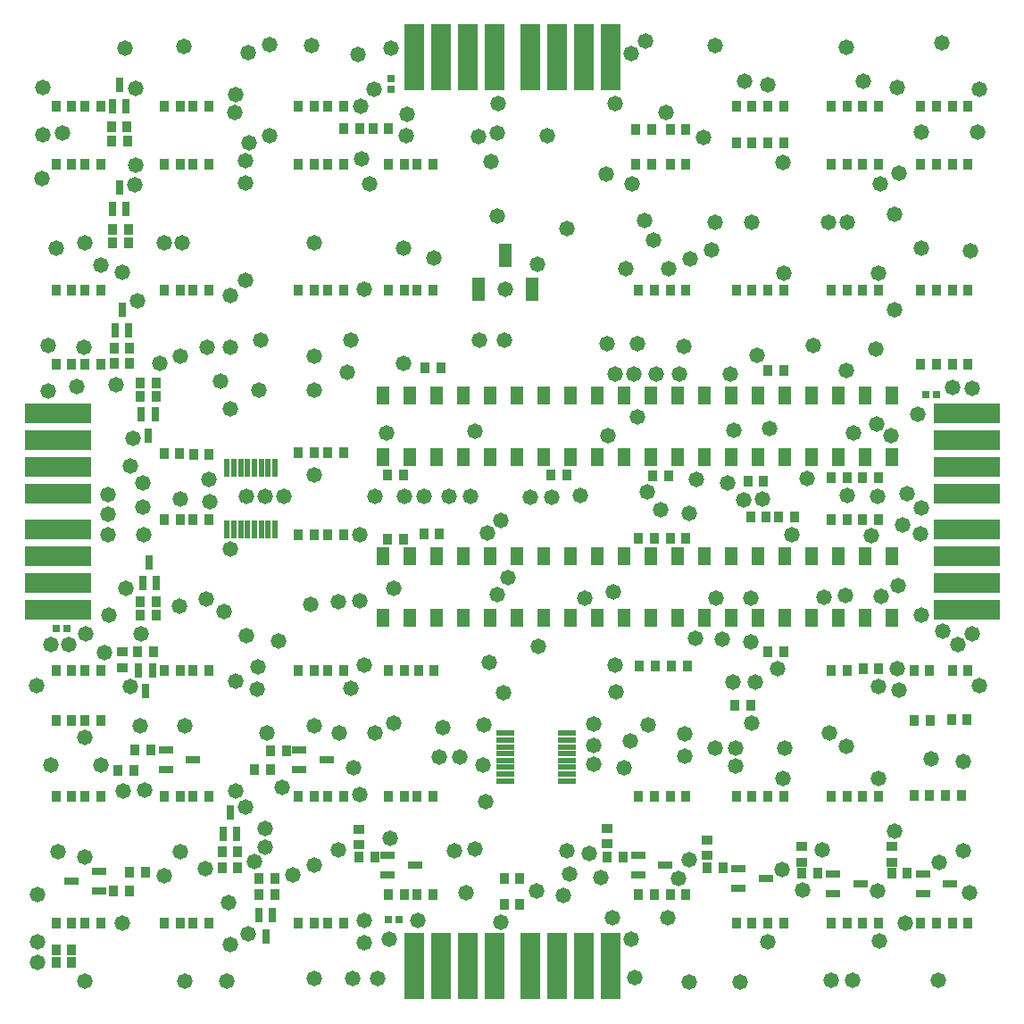
<source format=gbs>
G04 Layer_Color=16711935*
%FSLAX24Y24*%
%MOIN*%
G70*
G01*
G75*
%ADD36C,0.0580*%
%ADD37R,0.0356X0.0434*%
%ADD38R,0.0297X0.0533*%
%ADD39R,0.0533X0.0316*%
%ADD40R,0.0434X0.0356*%
%ADD41R,0.0780X0.2480*%
%ADD42R,0.2480X0.0780*%
%ADD43R,0.0474X0.0867*%
%ADD44R,0.0316X0.0277*%
%ADD45R,0.0220X0.0660*%
%ADD46R,0.0660X0.0220*%
%ADD47R,0.0277X0.0316*%
%ADD48R,0.0490X0.0710*%
D36*
X33580Y18470D02*
D03*
X26970Y18770D02*
D03*
X23350Y19060D02*
D03*
X33050Y19000D02*
D03*
X19300Y13300D02*
D03*
X21020Y15080D02*
D03*
X17890Y2990D02*
D03*
X1360Y5610D02*
D03*
X31010Y820D02*
D03*
X30217D02*
D03*
X34210D02*
D03*
X32030Y2280D02*
D03*
X24920Y740D02*
D03*
X26810D02*
D03*
X2960Y27510D02*
D03*
X8350Y30590D02*
D03*
X24060Y33210D02*
D03*
X14390Y33160D02*
D03*
X14370Y32350D02*
D03*
X6040Y35700D02*
D03*
X10820Y35710D02*
D03*
X25880D02*
D03*
X23300Y35880D02*
D03*
X31420Y34400D02*
D03*
X27000D02*
D03*
X22760Y35410D02*
D03*
X22160Y33540D02*
D03*
X12540Y35400D02*
D03*
X8450Y35450D02*
D03*
X3839Y35610D02*
D03*
X20860Y18920D02*
D03*
X18050Y26620D02*
D03*
X20360Y28890D02*
D03*
X4240Y31260D02*
D03*
X4210Y30520D02*
D03*
X32880Y17810D02*
D03*
X21370Y9580D02*
D03*
X22500Y8750D02*
D03*
X21350Y10380D02*
D03*
Y8880D02*
D03*
X28400Y4940D02*
D03*
X34240Y5210D02*
D03*
X25930Y15090D02*
D03*
X29940Y15110D02*
D03*
X31710Y17410D02*
D03*
X28440Y27220D02*
D03*
X28420Y31370D02*
D03*
X32040Y30540D02*
D03*
X5170Y23870D02*
D03*
X8700Y5250D02*
D03*
X9100Y5800D02*
D03*
X9090Y6480D02*
D03*
X3230Y18210D02*
D03*
Y17450D02*
D03*
X3220Y18940D02*
D03*
X11830Y14960D02*
D03*
X8790Y11680D02*
D03*
X8810Y12510D02*
D03*
X17740Y15230D02*
D03*
X26650Y8810D02*
D03*
X19800Y18870D02*
D03*
X18990D02*
D03*
X27210Y13450D02*
D03*
X31990Y11780D02*
D03*
X28430Y8350D02*
D03*
X31980D02*
D03*
X13740Y6120D02*
D03*
X30820Y18930D02*
D03*
X3102Y13040D02*
D03*
X2400Y13760D02*
D03*
X2340Y9890D02*
D03*
X4590Y7910D02*
D03*
X3790Y7880D02*
D03*
X9720Y8020D02*
D03*
X24920Y5330D02*
D03*
X4460Y13760D02*
D03*
X21900Y21150D02*
D03*
X29330Y19570D02*
D03*
X17260Y10370D02*
D03*
X10130Y4770D02*
D03*
X4150Y21070D02*
D03*
X550Y11810D02*
D03*
X1080Y13350D02*
D03*
X17790Y33570D02*
D03*
X33550Y17500D02*
D03*
X22900Y910D02*
D03*
X20460Y4800D02*
D03*
X20220Y4000D02*
D03*
X19230Y4170D02*
D03*
X13720Y2350D02*
D03*
X15380Y27780D02*
D03*
X28210Y12470D02*
D03*
X27390Y11970D02*
D03*
X15945Y18900D02*
D03*
X16750D02*
D03*
X23000Y24600D02*
D03*
X32600Y25850D02*
D03*
X25145Y13600D02*
D03*
X27220Y15100D02*
D03*
X35500Y13750D02*
D03*
X35700Y32500D02*
D03*
X7650Y800D02*
D03*
X8465Y2559D02*
D03*
X7776Y2165D02*
D03*
X6102Y787D02*
D03*
X33600Y32500D02*
D03*
X17750Y29350D02*
D03*
X13000Y30550D02*
D03*
X17520Y31398D02*
D03*
X25750Y28100D02*
D03*
X24150Y27400D02*
D03*
X23250Y29200D02*
D03*
X23850Y18400D02*
D03*
X30800Y35650D02*
D03*
X26350Y19400D02*
D03*
X24950Y27750D02*
D03*
X14250Y28150D02*
D03*
X29150Y4200D02*
D03*
X35400Y4100D02*
D03*
X35150Y5640D02*
D03*
X29900Y5700D02*
D03*
X31970Y4140D02*
D03*
X21200Y5550D02*
D03*
X6850Y5000D02*
D03*
X10925Y5118D02*
D03*
X27450Y24150D02*
D03*
X24750Y9200D02*
D03*
X32750Y11650D02*
D03*
X32100Y15150D02*
D03*
X32700Y12450D02*
D03*
X34400Y13850D02*
D03*
X33950Y9100D02*
D03*
X24750Y10016D02*
D03*
X22720Y9750D02*
D03*
X25900Y9500D02*
D03*
X26643D02*
D03*
X23390Y10360D02*
D03*
X28500Y9500D02*
D03*
X30800Y9550D02*
D03*
X26145Y13555D02*
D03*
X800Y34150D02*
D03*
Y32400D02*
D03*
X8000Y33900D02*
D03*
X8500Y32100D02*
D03*
X17750Y32450D02*
D03*
X9250Y32350D02*
D03*
Y35750D02*
D03*
X14270Y23860D02*
D03*
X19610Y32370D02*
D03*
X18000Y11540D02*
D03*
X18150Y15870D02*
D03*
X17380Y17510D02*
D03*
X15730Y10250D02*
D03*
X9800Y18900D02*
D03*
X13200D02*
D03*
X9100D02*
D03*
X14272D02*
D03*
X17900Y18000D02*
D03*
X8400Y18900D02*
D03*
X12638Y17462D02*
D03*
X10925Y19700D02*
D03*
X8400Y13700D02*
D03*
X5890Y14780D02*
D03*
X6890Y15059D02*
D03*
X7560Y14590D02*
D03*
X8000Y12000D02*
D03*
X9600Y13500D02*
D03*
X7410Y23180D02*
D03*
X13620Y21260D02*
D03*
X27264Y10433D02*
D03*
X1530Y32440D02*
D03*
X31060Y21270D02*
D03*
X31930Y21600D02*
D03*
X33465Y21949D02*
D03*
X29540Y24530D02*
D03*
X32750Y30940D02*
D03*
X22150Y12590D02*
D03*
X31900Y24380D02*
D03*
X22080Y15320D02*
D03*
X30790Y23590D02*
D03*
X12620Y14980D02*
D03*
X12150Y23510D02*
D03*
X7776Y22146D02*
D03*
X17323Y7480D02*
D03*
X12398Y8760D02*
D03*
X16142Y5650D02*
D03*
X16929Y5709D02*
D03*
X7972Y7874D02*
D03*
X24114Y3150D02*
D03*
X22047D02*
D03*
X2362Y787D02*
D03*
X3740Y2953D02*
D03*
X1083Y8858D02*
D03*
X4528Y18504D02*
D03*
X10925Y22865D02*
D03*
X1000Y22835D02*
D03*
X35433Y28051D02*
D03*
X7776Y26378D02*
D03*
X8366Y26946D02*
D03*
X1280Y28150D02*
D03*
X32579Y29409D02*
D03*
X12697Y31496D02*
D03*
X25886Y29134D02*
D03*
X12303Y24705D02*
D03*
X4528Y19390D02*
D03*
X13780Y35610D02*
D03*
X8860Y22850D02*
D03*
X22760Y2340D02*
D03*
X12620Y7740D02*
D03*
X27854Y34252D02*
D03*
X32677Y34154D02*
D03*
X8366Y7283D02*
D03*
X10925Y24114D02*
D03*
X13287Y886D02*
D03*
X10925Y10335D02*
D03*
X14803Y3071D02*
D03*
X2953Y8843D02*
D03*
X13176Y10039D02*
D03*
X22200Y11600D02*
D03*
X32972Y2953D02*
D03*
X24508Y4626D02*
D03*
X7776Y16929D02*
D03*
X5315Y4724D02*
D03*
X11871Y10039D02*
D03*
X2362Y5413D02*
D03*
X4429Y10335D02*
D03*
X6102D02*
D03*
X34350Y35827D02*
D03*
X600Y2264D02*
D03*
Y1476D02*
D03*
X12795Y2215D02*
D03*
Y3071D02*
D03*
X4040Y11780D02*
D03*
X12300Y11730D02*
D03*
X17224Y8858D02*
D03*
X15590Y9170D02*
D03*
X16354Y9154D02*
D03*
X16590Y4090D02*
D03*
X12350Y886D02*
D03*
X8920Y24730D02*
D03*
X34740Y22940D02*
D03*
X35490Y22930D02*
D03*
X21630Y4660D02*
D03*
X600Y4010D02*
D03*
X3248Y14468D02*
D03*
X1000Y24520D02*
D03*
X25440Y32290D02*
D03*
X12800Y26620D02*
D03*
X13890Y15450D02*
D03*
X9150Y10040D02*
D03*
X4331Y26181D02*
D03*
X2330Y24460D02*
D03*
X4570Y17440D02*
D03*
X3510Y23050D02*
D03*
X17440Y12700D02*
D03*
X35150Y8990D02*
D03*
X2060Y22990D02*
D03*
X10780Y14870D02*
D03*
X12795Y12598D02*
D03*
X13878Y10433D02*
D03*
X27264Y29134D02*
D03*
X30118D02*
D03*
X30807D02*
D03*
X3740Y27264D02*
D03*
X2362Y28346D02*
D03*
X5315D02*
D03*
X6004Y28346D02*
D03*
X10925Y28346D02*
D03*
X1760Y13360D02*
D03*
X10925Y886D02*
D03*
X3890Y15440D02*
D03*
X4060Y20010D02*
D03*
X8340Y31430D02*
D03*
X7950Y33220D02*
D03*
X4240Y34130D02*
D03*
X12650Y33460D02*
D03*
X13170Y34080D02*
D03*
X22140Y23440D02*
D03*
X32470Y21150D02*
D03*
X32720Y15540D02*
D03*
X34950Y13350D02*
D03*
X33580Y14440D02*
D03*
X32580Y6380D02*
D03*
X7800Y24450D02*
D03*
X5906Y24114D02*
D03*
X6910Y24460D02*
D03*
X17050Y32320D02*
D03*
X21820Y30920D02*
D03*
X22790Y30550D02*
D03*
X24915Y18270D02*
D03*
X26550Y11940D02*
D03*
X30170Y10040D02*
D03*
X35770Y11830D02*
D03*
X7730Y3720D02*
D03*
X23580Y28460D02*
D03*
X22540Y27400D02*
D03*
X23000Y21850D02*
D03*
X26450Y23450D02*
D03*
X26590Y21360D02*
D03*
X27920Y21420D02*
D03*
X28745Y17470D02*
D03*
X27670Y18780D02*
D03*
X25190Y19530D02*
D03*
X33600Y28150D02*
D03*
X24550Y23450D02*
D03*
X22850D02*
D03*
X23700D02*
D03*
X24720Y24490D02*
D03*
X5906Y18799D02*
D03*
X16930Y21330D02*
D03*
X30740Y15180D02*
D03*
X5910Y5630D02*
D03*
X11820Y5690D02*
D03*
X20350Y5640D02*
D03*
X35750Y34090D02*
D03*
X764Y30764D02*
D03*
X31990Y27220D02*
D03*
X31950Y18900D02*
D03*
X7020Y18680D02*
D03*
X6990Y19510D02*
D03*
X15030Y18880D02*
D03*
X19270Y27560D02*
D03*
X17080Y24720D02*
D03*
X18030D02*
D03*
X21870Y24580D02*
D03*
X27840Y2270D02*
D03*
D37*
X14805Y12402D02*
D03*
X15395D02*
D03*
X13681D02*
D03*
X14272D02*
D03*
X11417D02*
D03*
X12008D02*
D03*
X10335D02*
D03*
X10925D02*
D03*
X6398D02*
D03*
X6988D02*
D03*
X5315D02*
D03*
X5906D02*
D03*
X1870Y12402D02*
D03*
X1280D02*
D03*
X2953D02*
D03*
X2362D02*
D03*
X21850Y5433D02*
D03*
X22441D02*
D03*
X12585Y5425D02*
D03*
X13176D02*
D03*
X34494Y7727D02*
D03*
X35085D02*
D03*
X33313D02*
D03*
X33904D02*
D03*
X31398Y7677D02*
D03*
X31988D02*
D03*
X30217D02*
D03*
X30807D02*
D03*
X27854D02*
D03*
X28445D02*
D03*
X26673D02*
D03*
X27264D02*
D03*
X23031Y7677D02*
D03*
X23622D02*
D03*
X24213D02*
D03*
X24803D02*
D03*
X23031Y4035D02*
D03*
X23622D02*
D03*
X24213D02*
D03*
X24803D02*
D03*
X13681Y4035D02*
D03*
X14272D02*
D03*
X14764Y4035D02*
D03*
X15354D02*
D03*
X1870Y33465D02*
D03*
X1280D02*
D03*
X6398Y33465D02*
D03*
X6988D02*
D03*
X11417D02*
D03*
X12008D02*
D03*
X13114Y32629D02*
D03*
X13704D02*
D03*
X24213Y32579D02*
D03*
X24803D02*
D03*
X27854Y33465D02*
D03*
X28445D02*
D03*
X31398Y33465D02*
D03*
X31988D02*
D03*
X34744D02*
D03*
X35335D02*
D03*
X1870Y31299D02*
D03*
X1280D02*
D03*
X6398Y31299D02*
D03*
X6988D02*
D03*
X11417D02*
D03*
X12008D02*
D03*
X14764Y31299D02*
D03*
X15354D02*
D03*
X24213Y31299D02*
D03*
X24803D02*
D03*
X27854Y32087D02*
D03*
X28445D02*
D03*
X31398Y31299D02*
D03*
X31988D02*
D03*
X34744D02*
D03*
X35335D02*
D03*
X1870Y26575D02*
D03*
X1280D02*
D03*
X6398Y26575D02*
D03*
X6988D02*
D03*
X11417D02*
D03*
X12008D02*
D03*
X14764Y26575D02*
D03*
X15354D02*
D03*
X27854Y26575D02*
D03*
X28445D02*
D03*
X31398D02*
D03*
X31988D02*
D03*
X34744D02*
D03*
X35335D02*
D03*
X1870Y23819D02*
D03*
X1280D02*
D03*
X6405Y20450D02*
D03*
X6995D02*
D03*
X15055Y23700D02*
D03*
X15645D02*
D03*
X24150Y19650D02*
D03*
X23560D02*
D03*
X27855Y23580D02*
D03*
X28445D02*
D03*
X31398Y19587D02*
D03*
X31988D02*
D03*
X34744Y23819D02*
D03*
X35335D02*
D03*
X11417Y17462D02*
D03*
X12008D02*
D03*
X15005Y17500D02*
D03*
X15595D02*
D03*
X24213Y17312D02*
D03*
X24803D02*
D03*
X28250Y18132D02*
D03*
X28840D02*
D03*
X31398Y18012D02*
D03*
X31988D02*
D03*
X34744Y12402D02*
D03*
X35335D02*
D03*
X1870Y10532D02*
D03*
X1280D02*
D03*
X24255Y12550D02*
D03*
X24845D02*
D03*
X27854Y13091D02*
D03*
X28445D02*
D03*
X31405Y12450D02*
D03*
X31995D02*
D03*
X34705Y10550D02*
D03*
X35295D02*
D03*
X1870Y7677D02*
D03*
X1280D02*
D03*
X6398Y7677D02*
D03*
X6988D02*
D03*
X11417Y7677D02*
D03*
X12008D02*
D03*
X14764Y7677D02*
D03*
X15354D02*
D03*
X11417Y2953D02*
D03*
X12008D02*
D03*
X31398D02*
D03*
X31988D02*
D03*
X34744D02*
D03*
X35335D02*
D03*
X2953Y33465D02*
D03*
X2362D02*
D03*
X5315Y33465D02*
D03*
X5906D02*
D03*
X10335D02*
D03*
X10925D02*
D03*
X12031Y32629D02*
D03*
X12622D02*
D03*
X22931Y32579D02*
D03*
X23522D02*
D03*
X26673Y33465D02*
D03*
X27264D02*
D03*
X30217D02*
D03*
X30807D02*
D03*
X33563D02*
D03*
X34154D02*
D03*
X2953Y31299D02*
D03*
X2362D02*
D03*
X5315Y31299D02*
D03*
X5906D02*
D03*
X10335D02*
D03*
X10925D02*
D03*
X13681D02*
D03*
X14272D02*
D03*
X22931Y31299D02*
D03*
X23522D02*
D03*
X26673Y32087D02*
D03*
X27264D02*
D03*
X30217Y31299D02*
D03*
X30807D02*
D03*
X33563D02*
D03*
X34154D02*
D03*
X2953Y26575D02*
D03*
X2362D02*
D03*
X5315Y26575D02*
D03*
X5906D02*
D03*
X10335D02*
D03*
X10925D02*
D03*
X13681D02*
D03*
X14272D02*
D03*
X26673D02*
D03*
X27264D02*
D03*
X30217D02*
D03*
X30807D02*
D03*
X33563D02*
D03*
X34154D02*
D03*
X2953Y23819D02*
D03*
X2362D02*
D03*
X5305Y20480D02*
D03*
X5895D02*
D03*
X10335Y20537D02*
D03*
X10925D02*
D03*
X13655Y19700D02*
D03*
X14245D02*
D03*
X20345Y19700D02*
D03*
X19755D02*
D03*
X27105Y19450D02*
D03*
X27695D02*
D03*
X30217Y19587D02*
D03*
X30807D02*
D03*
X33563Y23819D02*
D03*
X34154D02*
D03*
X5315Y18012D02*
D03*
X5906D02*
D03*
X10335Y17462D02*
D03*
X10925D02*
D03*
X13655Y17300D02*
D03*
X14245D02*
D03*
X23031Y17312D02*
D03*
X23622D02*
D03*
X27205Y18120D02*
D03*
X27795D02*
D03*
X30217Y18012D02*
D03*
X30807D02*
D03*
X33305Y12400D02*
D03*
X33895D02*
D03*
X2953Y10532D02*
D03*
X2362D02*
D03*
X23055Y12550D02*
D03*
X23645D02*
D03*
X27215Y11090D02*
D03*
X26625D02*
D03*
X30217Y12402D02*
D03*
X30807D02*
D03*
X33326Y10513D02*
D03*
X33917D02*
D03*
X2953Y7677D02*
D03*
X2362D02*
D03*
X5315Y7677D02*
D03*
X5906D02*
D03*
X10335D02*
D03*
X10925D02*
D03*
X13681D02*
D03*
X14272D02*
D03*
X5315Y2953D02*
D03*
X5906D02*
D03*
X10335D02*
D03*
X10925D02*
D03*
X30215D02*
D03*
X30805D02*
D03*
X33563D02*
D03*
X34154D02*
D03*
X4232Y9429D02*
D03*
X4823D02*
D03*
X9291Y9390D02*
D03*
X9882D02*
D03*
X3602Y8642D02*
D03*
X4193D02*
D03*
X8701Y8681D02*
D03*
X9291D02*
D03*
X4921Y13091D02*
D03*
X4331D02*
D03*
X6398Y2953D02*
D03*
X6988D02*
D03*
X6398Y18012D02*
D03*
X6988D02*
D03*
X11417Y20537D02*
D03*
X12008D02*
D03*
X24213Y26575D02*
D03*
X24803D02*
D03*
X1870Y2953D02*
D03*
X1280D02*
D03*
X23031Y26575D02*
D03*
X23622D02*
D03*
X2953Y2953D02*
D03*
X2362D02*
D03*
X4016Y4154D02*
D03*
X3425D02*
D03*
X4606Y4862D02*
D03*
X4016D02*
D03*
X3945Y32150D02*
D03*
X3355D02*
D03*
X3976Y28346D02*
D03*
X3386D02*
D03*
X4035Y23858D02*
D03*
X3445D02*
D03*
X4429Y23130D02*
D03*
X5020D02*
D03*
X5020Y14469D02*
D03*
X4429D02*
D03*
X8858Y4626D02*
D03*
X9449D02*
D03*
X3346Y32677D02*
D03*
X3937D02*
D03*
X3386Y28839D02*
D03*
X3976D02*
D03*
X3445Y24409D02*
D03*
X4035D02*
D03*
X5020Y22638D02*
D03*
X4429D02*
D03*
X4429Y14961D02*
D03*
X5020D02*
D03*
X9449Y4035D02*
D03*
X8858D02*
D03*
X29134Y4823D02*
D03*
X29724D02*
D03*
X32480Y4823D02*
D03*
X33071D02*
D03*
X27854Y2953D02*
D03*
X28445D02*
D03*
X26673D02*
D03*
X27264D02*
D03*
X18012Y3642D02*
D03*
X18602D02*
D03*
X1870Y1969D02*
D03*
X1280D02*
D03*
X1870Y1476D02*
D03*
X1280D02*
D03*
X18012Y4626D02*
D03*
X18602D02*
D03*
X7480Y5610D02*
D03*
X8071D02*
D03*
X8071Y5020D02*
D03*
X7480D02*
D03*
X25591Y5020D02*
D03*
X26181D02*
D03*
D38*
X9114Y2461D02*
D03*
X9370Y3248D02*
D03*
X8858D02*
D03*
X3642Y34252D02*
D03*
X3386Y33465D02*
D03*
X3898D02*
D03*
X3642Y30413D02*
D03*
X3386Y29626D02*
D03*
X3898D02*
D03*
X3740Y25866D02*
D03*
X3484Y25079D02*
D03*
X3996D02*
D03*
X4764Y16437D02*
D03*
X4508Y15650D02*
D03*
X5020D02*
D03*
X7776Y7087D02*
D03*
X7520Y6299D02*
D03*
X8031D02*
D03*
X4626Y11614D02*
D03*
X4882Y12402D02*
D03*
X4370D02*
D03*
X4724Y21161D02*
D03*
X4980Y21949D02*
D03*
X4469D02*
D03*
D39*
X1870Y4528D02*
D03*
X2894Y4154D02*
D03*
Y4902D02*
D03*
X31319Y4429D02*
D03*
X30295Y4803D02*
D03*
Y4055D02*
D03*
X34665Y4429D02*
D03*
X33642Y4803D02*
D03*
Y4055D02*
D03*
X27776Y4626D02*
D03*
X26752Y5000D02*
D03*
Y4252D02*
D03*
X24035Y5118D02*
D03*
X23012Y5492D02*
D03*
Y4744D02*
D03*
X14685Y5118D02*
D03*
X13661Y5492D02*
D03*
Y4744D02*
D03*
X6398Y9055D02*
D03*
X5374Y9429D02*
D03*
Y8681D02*
D03*
X11388Y9049D02*
D03*
X10364Y9423D02*
D03*
Y8675D02*
D03*
D40*
X12585Y6468D02*
D03*
Y5878D02*
D03*
X25600Y6065D02*
D03*
Y5475D02*
D03*
X3740Y13091D02*
D03*
Y12500D02*
D03*
X29134Y5807D02*
D03*
Y5217D02*
D03*
X32480Y5807D02*
D03*
Y5217D02*
D03*
X21850Y6496D02*
D03*
Y5906D02*
D03*
D41*
X14642Y1339D02*
D03*
X15642D02*
D03*
X16642D02*
D03*
X17642D02*
D03*
X18972D02*
D03*
X19972D02*
D03*
X20972D02*
D03*
X21972D02*
D03*
X14642Y35276D02*
D03*
X15642D02*
D03*
X16642D02*
D03*
X17642D02*
D03*
X18972D02*
D03*
X19972D02*
D03*
X20972D02*
D03*
X21972D02*
D03*
D42*
X35276Y21972D02*
D03*
Y20972D02*
D03*
Y19972D02*
D03*
Y18972D02*
D03*
Y17642D02*
D03*
Y16642D02*
D03*
Y15642D02*
D03*
Y14642D02*
D03*
X1339Y21972D02*
D03*
Y20972D02*
D03*
Y19972D02*
D03*
Y18972D02*
D03*
Y17642D02*
D03*
Y16642D02*
D03*
Y15642D02*
D03*
Y14642D02*
D03*
D43*
X17070Y26606D02*
D03*
X19042D02*
D03*
X18058Y27874D02*
D03*
D44*
X14087Y3100D02*
D03*
X13693D02*
D03*
X1697Y13950D02*
D03*
X1303D02*
D03*
X33753Y22690D02*
D03*
X34147D02*
D03*
D45*
X9463Y17649D02*
D03*
X9203D02*
D03*
X8943D02*
D03*
X8693D02*
D03*
X8433D02*
D03*
X8183D02*
D03*
X7923D02*
D03*
X7663D02*
D03*
Y19949D02*
D03*
X7923D02*
D03*
X8183D02*
D03*
X8433D02*
D03*
X8693D02*
D03*
X8943D02*
D03*
X9203D02*
D03*
X9463D02*
D03*
D46*
X20343Y10054D02*
D03*
Y9794D02*
D03*
Y9534D02*
D03*
Y9284D02*
D03*
Y9024D02*
D03*
Y8774D02*
D03*
Y8514D02*
D03*
Y8254D02*
D03*
X18043D02*
D03*
Y8514D02*
D03*
Y8774D02*
D03*
Y9024D02*
D03*
Y9284D02*
D03*
Y9534D02*
D03*
Y9794D02*
D03*
Y10054D02*
D03*
D47*
X13790Y34083D02*
D03*
Y34477D02*
D03*
D48*
X32500Y22650D02*
D03*
X31500D02*
D03*
X30500D02*
D03*
X29500D02*
D03*
X28500D02*
D03*
X27500D02*
D03*
X26500D02*
D03*
X25500D02*
D03*
X24500D02*
D03*
X23500D02*
D03*
X22500D02*
D03*
X21500D02*
D03*
X20500D02*
D03*
X19500D02*
D03*
X18500D02*
D03*
X17500D02*
D03*
X16500D02*
D03*
X15500D02*
D03*
X14500D02*
D03*
X13500D02*
D03*
X32500Y20350D02*
D03*
X31500D02*
D03*
X30500D02*
D03*
X29500D02*
D03*
X28500D02*
D03*
X27500D02*
D03*
X26500D02*
D03*
X25500D02*
D03*
X24500D02*
D03*
X23500D02*
D03*
X22500D02*
D03*
X21500D02*
D03*
X20500D02*
D03*
X19500D02*
D03*
X18500D02*
D03*
X17500D02*
D03*
X16500D02*
D03*
X15500D02*
D03*
X14500D02*
D03*
X13500D02*
D03*
X32500Y16650D02*
D03*
X31500D02*
D03*
X30500D02*
D03*
X29500D02*
D03*
X28500D02*
D03*
X27500D02*
D03*
X26500D02*
D03*
X25500D02*
D03*
X24500D02*
D03*
X23500D02*
D03*
X22500D02*
D03*
X21500D02*
D03*
X20500D02*
D03*
X19500D02*
D03*
X18500D02*
D03*
X17500D02*
D03*
X16500D02*
D03*
X15500D02*
D03*
X14500D02*
D03*
X13500D02*
D03*
X32500Y14350D02*
D03*
X31500D02*
D03*
X30500D02*
D03*
X29500D02*
D03*
X28500D02*
D03*
X27500D02*
D03*
X26500D02*
D03*
X25500D02*
D03*
X24500D02*
D03*
X23500D02*
D03*
X22500D02*
D03*
X21500D02*
D03*
X20500D02*
D03*
X19500D02*
D03*
X18500D02*
D03*
X17500D02*
D03*
X16500D02*
D03*
X15500D02*
D03*
X14500D02*
D03*
X13500D02*
D03*
M02*

</source>
